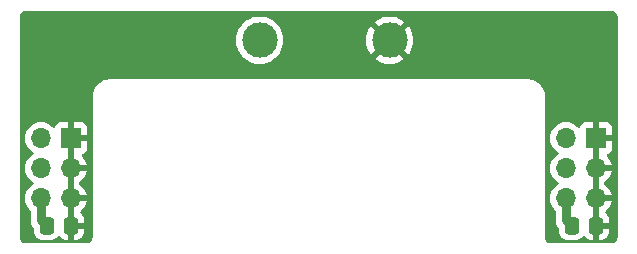
<source format=gbr>
%TF.GenerationSoftware,KiCad,Pcbnew,8.0.1*%
%TF.CreationDate,2024-04-21T16:39:34-04:00*%
%TF.ProjectId,breadboard_pwr_jumper,62726561-6462-46f6-9172-645f7077725f,rev?*%
%TF.SameCoordinates,PX5c38660PY52dfd20*%
%TF.FileFunction,Copper,L1,Top*%
%TF.FilePolarity,Positive*%
%FSLAX46Y46*%
G04 Gerber Fmt 4.6, Leading zero omitted, Abs format (unit mm)*
G04 Created by KiCad (PCBNEW 8.0.1) date 2024-04-21 16:39:34*
%MOMM*%
%LPD*%
G01*
G04 APERTURE LIST*
G04 Aperture macros list*
%AMRoundRect*
0 Rectangle with rounded corners*
0 $1 Rounding radius*
0 $2 $3 $4 $5 $6 $7 $8 $9 X,Y pos of 4 corners*
0 Add a 4 corners polygon primitive as box body*
4,1,4,$2,$3,$4,$5,$6,$7,$8,$9,$2,$3,0*
0 Add four circle primitives for the rounded corners*
1,1,$1+$1,$2,$3*
1,1,$1+$1,$4,$5*
1,1,$1+$1,$6,$7*
1,1,$1+$1,$8,$9*
0 Add four rect primitives between the rounded corners*
20,1,$1+$1,$2,$3,$4,$5,0*
20,1,$1+$1,$4,$5,$6,$7,0*
20,1,$1+$1,$6,$7,$8,$9,0*
20,1,$1+$1,$8,$9,$2,$3,0*%
G04 Aperture macros list end*
%TA.AperFunction,ComponentPad*%
%ADD10C,3.000000*%
%TD*%
%TA.AperFunction,SMDPad,CuDef*%
%ADD11RoundRect,0.250000X0.337500X0.475000X-0.337500X0.475000X-0.337500X-0.475000X0.337500X-0.475000X0*%
%TD*%
%TA.AperFunction,ComponentPad*%
%ADD12R,1.700000X1.700000*%
%TD*%
%TA.AperFunction,ComponentPad*%
%ADD13O,1.700000X1.700000*%
%TD*%
%TA.AperFunction,Conductor*%
%ADD14C,0.800000*%
%TD*%
G04 APERTURE END LIST*
D10*
%TO.P,TP2,1,1*%
%TO.N,/V2*%
X21800000Y-4800000D03*
%TD*%
D11*
%TO.P,C1,1*%
%TO.N,/V1*%
X5837500Y-20510000D03*
%TO.P,C1,2*%
%TO.N,/V2*%
X3762500Y-20510000D03*
%TD*%
%TO.P,C2,1*%
%TO.N,/V1*%
X50287500Y-20510000D03*
%TO.P,C2,2*%
%TO.N,/V2*%
X48212500Y-20510000D03*
%TD*%
D10*
%TO.P,TP1,1,1*%
%TO.N,/V1*%
X32800000Y-4800000D03*
%TD*%
D12*
%TO.P,J2,1,Pin_1*%
%TO.N,/V1*%
X50290000Y-13100000D03*
D13*
%TO.P,J2,2,Pin_2*%
%TO.N,/V2*%
X47750000Y-13100000D03*
%TO.P,J2,3,Pin_3*%
%TO.N,/V1*%
X50290000Y-15640000D03*
%TO.P,J2,4,Pin_4*%
%TO.N,/V2*%
X47750000Y-15640000D03*
%TO.P,J2,5,Pin_5*%
%TO.N,/V1*%
X50290000Y-18180000D03*
%TO.P,J2,6,Pin_6*%
%TO.N,/V2*%
X47750000Y-18180000D03*
%TD*%
D12*
%TO.P,J1,1,Pin_1*%
%TO.N,/V1*%
X5840000Y-13100000D03*
D13*
%TO.P,J1,2,Pin_2*%
%TO.N,/V2*%
X3300000Y-13100000D03*
%TO.P,J1,3,Pin_3*%
%TO.N,/V1*%
X5840000Y-15640000D03*
%TO.P,J1,4,Pin_4*%
%TO.N,/V2*%
X3300000Y-15640000D03*
%TO.P,J1,5,Pin_5*%
%TO.N,/V1*%
X5840000Y-18180000D03*
%TO.P,J1,6,Pin_6*%
%TO.N,/V2*%
X3300000Y-18180000D03*
%TD*%
D14*
%TO.N,/V2*%
X3300000Y-18180000D02*
X3300000Y-20047500D01*
X3300000Y-20047500D02*
X3762500Y-20510000D01*
X47750000Y-18180000D02*
X47750000Y-20047500D01*
X47750000Y-20047500D02*
X48212500Y-20510000D01*
%TD*%
%TA.AperFunction,Conductor*%
%TO.N,/V1*%
G36*
X6090000Y-17746988D02*
G01*
X6032993Y-17714075D01*
X5905826Y-17680000D01*
X5774174Y-17680000D01*
X5647007Y-17714075D01*
X5590000Y-17746988D01*
X5590000Y-16073012D01*
X5647007Y-16105925D01*
X5774174Y-16140000D01*
X5905826Y-16140000D01*
X6032993Y-16105925D01*
X6090000Y-16073012D01*
X6090000Y-17746988D01*
G37*
%TD.AperFunction*%
%TA.AperFunction,Conductor*%
G36*
X6090000Y-15206988D02*
G01*
X6032993Y-15174075D01*
X5905826Y-15140000D01*
X5774174Y-15140000D01*
X5647007Y-15174075D01*
X5590000Y-15206988D01*
X5590000Y-13533012D01*
X5647007Y-13565925D01*
X5774174Y-13600000D01*
X5905826Y-13600000D01*
X6032993Y-13565925D01*
X6090000Y-13533012D01*
X6090000Y-15206988D01*
G37*
%TD.AperFunction*%
%TA.AperFunction,Conductor*%
G36*
X50540000Y-17746988D02*
G01*
X50482993Y-17714075D01*
X50355826Y-17680000D01*
X50224174Y-17680000D01*
X50097007Y-17714075D01*
X50040000Y-17746988D01*
X50040000Y-16073012D01*
X50097007Y-16105925D01*
X50224174Y-16140000D01*
X50355826Y-16140000D01*
X50482993Y-16105925D01*
X50540000Y-16073012D01*
X50540000Y-17746988D01*
G37*
%TD.AperFunction*%
%TA.AperFunction,Conductor*%
G36*
X50540000Y-15206988D02*
G01*
X50482993Y-15174075D01*
X50355826Y-15140000D01*
X50224174Y-15140000D01*
X50097007Y-15174075D01*
X50040000Y-15206988D01*
X50040000Y-13533012D01*
X50097007Y-13565925D01*
X50224174Y-13600000D01*
X50355826Y-13600000D01*
X50482993Y-13565925D01*
X50540000Y-13533012D01*
X50540000Y-15206988D01*
G37*
%TD.AperFunction*%
%TA.AperFunction,Conductor*%
G36*
X51606922Y-2301280D02*
G01*
X51697266Y-2311459D01*
X51724331Y-2317636D01*
X51803540Y-2345352D01*
X51828553Y-2357398D01*
X51899606Y-2402043D01*
X51921313Y-2419355D01*
X51980644Y-2478686D01*
X51997957Y-2500395D01*
X52042600Y-2571444D01*
X52054648Y-2596462D01*
X52082362Y-2675666D01*
X52088540Y-2702735D01*
X52098720Y-2793076D01*
X52099500Y-2806961D01*
X52099500Y-21483038D01*
X52098720Y-21496923D01*
X52088540Y-21587264D01*
X52082362Y-21614333D01*
X52054648Y-21693537D01*
X52042600Y-21718555D01*
X51997957Y-21789604D01*
X51980644Y-21811313D01*
X51921313Y-21870644D01*
X51899604Y-21887957D01*
X51828555Y-21932600D01*
X51803537Y-21944648D01*
X51724333Y-21972362D01*
X51697264Y-21978540D01*
X51617075Y-21987576D01*
X51606921Y-21988720D01*
X51593038Y-21989500D01*
X46456962Y-21989500D01*
X46443078Y-21988720D01*
X46430553Y-21987308D01*
X46352735Y-21978540D01*
X46325666Y-21972362D01*
X46246462Y-21944648D01*
X46221444Y-21932600D01*
X46150395Y-21887957D01*
X46128686Y-21870644D01*
X46069355Y-21811313D01*
X46052042Y-21789604D01*
X46018046Y-21735500D01*
X46007398Y-21718553D01*
X45995351Y-21693537D01*
X45987050Y-21669814D01*
X45967636Y-21614331D01*
X45961459Y-21587263D01*
X45951280Y-21496922D01*
X45950500Y-21483038D01*
X45950500Y-18180000D01*
X46394341Y-18180000D01*
X46414936Y-18415403D01*
X46414938Y-18415413D01*
X46476094Y-18643655D01*
X46476096Y-18643659D01*
X46476097Y-18643663D01*
X46559155Y-18821781D01*
X46575965Y-18857830D01*
X46575967Y-18857834D01*
X46684281Y-19012521D01*
X46711501Y-19051396D01*
X46711506Y-19051402D01*
X46813181Y-19153077D01*
X46846666Y-19214400D01*
X46849500Y-19240758D01*
X46849500Y-20136196D01*
X46884103Y-20310158D01*
X46884105Y-20310166D01*
X46918046Y-20392106D01*
X46918046Y-20392107D01*
X46951984Y-20474042D01*
X46951985Y-20474044D01*
X47011063Y-20562460D01*
X47011064Y-20562461D01*
X47050534Y-20621534D01*
X47088181Y-20659181D01*
X47121666Y-20720504D01*
X47124500Y-20746862D01*
X47124500Y-21035000D01*
X47124501Y-21035019D01*
X47135000Y-21137796D01*
X47135001Y-21137799D01*
X47190115Y-21304119D01*
X47190186Y-21304334D01*
X47282288Y-21453656D01*
X47406344Y-21577712D01*
X47555666Y-21669814D01*
X47722203Y-21724999D01*
X47824991Y-21735500D01*
X48600008Y-21735499D01*
X48600016Y-21735498D01*
X48600019Y-21735498D01*
X48656302Y-21729748D01*
X48702797Y-21724999D01*
X48869334Y-21669814D01*
X49018656Y-21577712D01*
X49142712Y-21453656D01*
X49144752Y-21450347D01*
X49146745Y-21448555D01*
X49147193Y-21447989D01*
X49147289Y-21448065D01*
X49196694Y-21403623D01*
X49265656Y-21392395D01*
X49329740Y-21420234D01*
X49355829Y-21450339D01*
X49357681Y-21453341D01*
X49357683Y-21453344D01*
X49481654Y-21577315D01*
X49630875Y-21669356D01*
X49630880Y-21669358D01*
X49797302Y-21724505D01*
X49797309Y-21724506D01*
X49900019Y-21734999D01*
X50037499Y-21734999D01*
X50037500Y-21734998D01*
X50037500Y-20760000D01*
X50537500Y-20760000D01*
X50537500Y-21734999D01*
X50674972Y-21734999D01*
X50674986Y-21734998D01*
X50777697Y-21724505D01*
X50944119Y-21669358D01*
X50944124Y-21669356D01*
X51093345Y-21577315D01*
X51217315Y-21453345D01*
X51309356Y-21304124D01*
X51309358Y-21304119D01*
X51364505Y-21137697D01*
X51364506Y-21137690D01*
X51374999Y-21034986D01*
X51375000Y-21034973D01*
X51375000Y-20760000D01*
X50537500Y-20760000D01*
X50037500Y-20760000D01*
X50037500Y-19295862D01*
X50040000Y-19287348D01*
X50040000Y-18613012D01*
X50097007Y-18645925D01*
X50224174Y-18680000D01*
X50355826Y-18680000D01*
X50482993Y-18645925D01*
X50540000Y-18613012D01*
X50540000Y-19519138D01*
X50537500Y-19527651D01*
X50537500Y-20260000D01*
X51374999Y-20260000D01*
X51374999Y-19985028D01*
X51374998Y-19985013D01*
X51364505Y-19882302D01*
X51309358Y-19715880D01*
X51309356Y-19715875D01*
X51217315Y-19566654D01*
X51093647Y-19442986D01*
X51060162Y-19381663D01*
X51065146Y-19311971D01*
X51107018Y-19256038D01*
X51110206Y-19253729D01*
X51161081Y-19218106D01*
X51328105Y-19051082D01*
X51463600Y-18857578D01*
X51563429Y-18643492D01*
X51563432Y-18643486D01*
X51620636Y-18430000D01*
X50723012Y-18430000D01*
X50755925Y-18372993D01*
X50790000Y-18245826D01*
X50790000Y-18114174D01*
X50755925Y-17987007D01*
X50723012Y-17930000D01*
X51620636Y-17930000D01*
X51620635Y-17929999D01*
X51563432Y-17716513D01*
X51563429Y-17716507D01*
X51463600Y-17502422D01*
X51463599Y-17502420D01*
X51328113Y-17308926D01*
X51328108Y-17308920D01*
X51161082Y-17141894D01*
X50974968Y-17011575D01*
X50931344Y-16956998D01*
X50924151Y-16887499D01*
X50955673Y-16825145D01*
X50974968Y-16808425D01*
X51161082Y-16678105D01*
X51328105Y-16511082D01*
X51463600Y-16317578D01*
X51563429Y-16103492D01*
X51563432Y-16103486D01*
X51620636Y-15890000D01*
X50723012Y-15890000D01*
X50755925Y-15832993D01*
X50790000Y-15705826D01*
X50790000Y-15574174D01*
X50755925Y-15447007D01*
X50723012Y-15390000D01*
X51620636Y-15390000D01*
X51620635Y-15389999D01*
X51563432Y-15176513D01*
X51563429Y-15176507D01*
X51463600Y-14962422D01*
X51463599Y-14962420D01*
X51328113Y-14768926D01*
X51328108Y-14768920D01*
X51205665Y-14646477D01*
X51172180Y-14585154D01*
X51177164Y-14515462D01*
X51219036Y-14459529D01*
X51250013Y-14442614D01*
X51382086Y-14393354D01*
X51382093Y-14393350D01*
X51497187Y-14307190D01*
X51497190Y-14307187D01*
X51583350Y-14192093D01*
X51583354Y-14192086D01*
X51633596Y-14057379D01*
X51633598Y-14057372D01*
X51639999Y-13997844D01*
X51640000Y-13997827D01*
X51640000Y-13350000D01*
X50723012Y-13350000D01*
X50755925Y-13292993D01*
X50790000Y-13165826D01*
X50790000Y-13034174D01*
X50755925Y-12907007D01*
X50723012Y-12850000D01*
X51640000Y-12850000D01*
X51640000Y-12202172D01*
X51639999Y-12202155D01*
X51633598Y-12142627D01*
X51633596Y-12142620D01*
X51583354Y-12007913D01*
X51583350Y-12007906D01*
X51497190Y-11892812D01*
X51497187Y-11892809D01*
X51382093Y-11806649D01*
X51382086Y-11806645D01*
X51247379Y-11756403D01*
X51247372Y-11756401D01*
X51187844Y-11750000D01*
X50540000Y-11750000D01*
X50540000Y-12666988D01*
X50482993Y-12634075D01*
X50355826Y-12600000D01*
X50224174Y-12600000D01*
X50097007Y-12634075D01*
X50040000Y-12666988D01*
X50040000Y-11750000D01*
X49392155Y-11750000D01*
X49332627Y-11756401D01*
X49332620Y-11756403D01*
X49197913Y-11806645D01*
X49197906Y-11806649D01*
X49082812Y-11892809D01*
X49082809Y-11892812D01*
X48996649Y-12007906D01*
X48996645Y-12007913D01*
X48947578Y-12139470D01*
X48905707Y-12195404D01*
X48840242Y-12219821D01*
X48771969Y-12204969D01*
X48743715Y-12183819D01*
X48699366Y-12139470D01*
X48621401Y-12061505D01*
X48621397Y-12061502D01*
X48621396Y-12061501D01*
X48427834Y-11925967D01*
X48427830Y-11925965D01*
X48356727Y-11892809D01*
X48213663Y-11826097D01*
X48213659Y-11826096D01*
X48213655Y-11826094D01*
X47985413Y-11764938D01*
X47985403Y-11764936D01*
X47750001Y-11744341D01*
X47749999Y-11744341D01*
X47514596Y-11764936D01*
X47514586Y-11764938D01*
X47286344Y-11826094D01*
X47286335Y-11826098D01*
X47072171Y-11925964D01*
X47072169Y-11925965D01*
X46878597Y-12061505D01*
X46711505Y-12228597D01*
X46575965Y-12422169D01*
X46575964Y-12422171D01*
X46476098Y-12636335D01*
X46476094Y-12636344D01*
X46414938Y-12864586D01*
X46414936Y-12864596D01*
X46394341Y-13099999D01*
X46394341Y-13100000D01*
X46414936Y-13335403D01*
X46414938Y-13335413D01*
X46476094Y-13563655D01*
X46476096Y-13563659D01*
X46476097Y-13563663D01*
X46575965Y-13777830D01*
X46575967Y-13777834D01*
X46711501Y-13971395D01*
X46711506Y-13971402D01*
X46878597Y-14138493D01*
X46878603Y-14138498D01*
X47064158Y-14268425D01*
X47107783Y-14323002D01*
X47114977Y-14392500D01*
X47083454Y-14454855D01*
X47064158Y-14471575D01*
X46878597Y-14601505D01*
X46711505Y-14768597D01*
X46575965Y-14962169D01*
X46575964Y-14962171D01*
X46476098Y-15176335D01*
X46476094Y-15176344D01*
X46414938Y-15404586D01*
X46414936Y-15404596D01*
X46394341Y-15639999D01*
X46394341Y-15640000D01*
X46414936Y-15875403D01*
X46414938Y-15875413D01*
X46476094Y-16103655D01*
X46476096Y-16103659D01*
X46476097Y-16103663D01*
X46559155Y-16281781D01*
X46575965Y-16317830D01*
X46575967Y-16317834D01*
X46684281Y-16472521D01*
X46711501Y-16511396D01*
X46711506Y-16511402D01*
X46878597Y-16678493D01*
X46878603Y-16678498D01*
X47064158Y-16808425D01*
X47107783Y-16863002D01*
X47114977Y-16932500D01*
X47083454Y-16994855D01*
X47064158Y-17011575D01*
X46878597Y-17141505D01*
X46711505Y-17308597D01*
X46575965Y-17502169D01*
X46575964Y-17502171D01*
X46476098Y-17716335D01*
X46476094Y-17716344D01*
X46414938Y-17944586D01*
X46414936Y-17944596D01*
X46394341Y-18179999D01*
X46394341Y-18180000D01*
X45950500Y-18180000D01*
X45950500Y-9492683D01*
X45950500Y-9492682D01*
X45919954Y-9280231D01*
X45859484Y-9074290D01*
X45859483Y-9074288D01*
X45859482Y-9074284D01*
X45770327Y-8879061D01*
X45770320Y-8879048D01*
X45737211Y-8827531D01*
X45654281Y-8698487D01*
X45621172Y-8660277D01*
X45513724Y-8536275D01*
X45351514Y-8395720D01*
X45351513Y-8395719D01*
X45286991Y-8354253D01*
X45170951Y-8279679D01*
X45170938Y-8279672D01*
X44975715Y-8190517D01*
X44769774Y-8130047D01*
X44769764Y-8130044D01*
X44578754Y-8102582D01*
X44557318Y-8099500D01*
X44515892Y-8099500D01*
X9215892Y-8099500D01*
X9150000Y-8099500D01*
X9042682Y-8099500D01*
X8830235Y-8130044D01*
X8830225Y-8130047D01*
X8624284Y-8190517D01*
X8429061Y-8279672D01*
X8429048Y-8279679D01*
X8248485Y-8395720D01*
X8086275Y-8536275D01*
X7945720Y-8698485D01*
X7829679Y-8879048D01*
X7829672Y-8879061D01*
X7740517Y-9074284D01*
X7680047Y-9280225D01*
X7680044Y-9280235D01*
X7649500Y-9492682D01*
X7649500Y-21483038D01*
X7648720Y-21496923D01*
X7638540Y-21587264D01*
X7632362Y-21614333D01*
X7604648Y-21693537D01*
X7592600Y-21718555D01*
X7547957Y-21789604D01*
X7530644Y-21811313D01*
X7471313Y-21870644D01*
X7449604Y-21887957D01*
X7378555Y-21932600D01*
X7353537Y-21944648D01*
X7274333Y-21972362D01*
X7247264Y-21978540D01*
X7167075Y-21987576D01*
X7156921Y-21988720D01*
X7143038Y-21989500D01*
X2006962Y-21989500D01*
X1993078Y-21988720D01*
X1980553Y-21987308D01*
X1902735Y-21978540D01*
X1875666Y-21972362D01*
X1796462Y-21944648D01*
X1771444Y-21932600D01*
X1700395Y-21887957D01*
X1678686Y-21870644D01*
X1619355Y-21811313D01*
X1602042Y-21789604D01*
X1568046Y-21735500D01*
X1557398Y-21718553D01*
X1545351Y-21693537D01*
X1537050Y-21669814D01*
X1517636Y-21614331D01*
X1511459Y-21587263D01*
X1501280Y-21496922D01*
X1500500Y-21483038D01*
X1500500Y-18180000D01*
X1944341Y-18180000D01*
X1964936Y-18415403D01*
X1964938Y-18415413D01*
X2026094Y-18643655D01*
X2026096Y-18643659D01*
X2026097Y-18643663D01*
X2109155Y-18821781D01*
X2125965Y-18857830D01*
X2125967Y-18857834D01*
X2234281Y-19012521D01*
X2261501Y-19051396D01*
X2261506Y-19051402D01*
X2363181Y-19153077D01*
X2396666Y-19214400D01*
X2399500Y-19240758D01*
X2399500Y-20136196D01*
X2434103Y-20310158D01*
X2434105Y-20310166D01*
X2468046Y-20392106D01*
X2468046Y-20392107D01*
X2501984Y-20474042D01*
X2501985Y-20474044D01*
X2561063Y-20562460D01*
X2561064Y-20562461D01*
X2600534Y-20621534D01*
X2638181Y-20659181D01*
X2671666Y-20720504D01*
X2674500Y-20746862D01*
X2674500Y-21035000D01*
X2674501Y-21035019D01*
X2685000Y-21137796D01*
X2685001Y-21137799D01*
X2740115Y-21304119D01*
X2740186Y-21304334D01*
X2832288Y-21453656D01*
X2956344Y-21577712D01*
X3105666Y-21669814D01*
X3272203Y-21724999D01*
X3374991Y-21735500D01*
X4150008Y-21735499D01*
X4150016Y-21735498D01*
X4150019Y-21735498D01*
X4206302Y-21729748D01*
X4252797Y-21724999D01*
X4419334Y-21669814D01*
X4568656Y-21577712D01*
X4692712Y-21453656D01*
X4694752Y-21450347D01*
X4696745Y-21448555D01*
X4697193Y-21447989D01*
X4697289Y-21448065D01*
X4746694Y-21403623D01*
X4815656Y-21392395D01*
X4879740Y-21420234D01*
X4905829Y-21450339D01*
X4907681Y-21453341D01*
X4907683Y-21453344D01*
X5031654Y-21577315D01*
X5180875Y-21669356D01*
X5180880Y-21669358D01*
X5347302Y-21724505D01*
X5347309Y-21724506D01*
X5450019Y-21734999D01*
X5587499Y-21734999D01*
X5587500Y-21734998D01*
X5587500Y-20760000D01*
X6087500Y-20760000D01*
X6087500Y-21734999D01*
X6224972Y-21734999D01*
X6224986Y-21734998D01*
X6327697Y-21724505D01*
X6494119Y-21669358D01*
X6494124Y-21669356D01*
X6643345Y-21577315D01*
X6767315Y-21453345D01*
X6859356Y-21304124D01*
X6859358Y-21304119D01*
X6914505Y-21137697D01*
X6914506Y-21137690D01*
X6924999Y-21034986D01*
X6925000Y-21034973D01*
X6925000Y-20760000D01*
X6087500Y-20760000D01*
X5587500Y-20760000D01*
X5587500Y-19295862D01*
X5590000Y-19287348D01*
X5590000Y-18613012D01*
X5647007Y-18645925D01*
X5774174Y-18680000D01*
X5905826Y-18680000D01*
X6032993Y-18645925D01*
X6090000Y-18613012D01*
X6090000Y-19519138D01*
X6087500Y-19527651D01*
X6087500Y-20260000D01*
X6924999Y-20260000D01*
X6924999Y-19985028D01*
X6924998Y-19985013D01*
X6914505Y-19882302D01*
X6859358Y-19715880D01*
X6859356Y-19715875D01*
X6767315Y-19566654D01*
X6643647Y-19442986D01*
X6610162Y-19381663D01*
X6615146Y-19311971D01*
X6657018Y-19256038D01*
X6660206Y-19253729D01*
X6711081Y-19218106D01*
X6878105Y-19051082D01*
X7013600Y-18857578D01*
X7113429Y-18643492D01*
X7113432Y-18643486D01*
X7170636Y-18430000D01*
X6273012Y-18430000D01*
X6305925Y-18372993D01*
X6340000Y-18245826D01*
X6340000Y-18114174D01*
X6305925Y-17987007D01*
X6273012Y-17930000D01*
X7170636Y-17930000D01*
X7170635Y-17929999D01*
X7113432Y-17716513D01*
X7113429Y-17716507D01*
X7013600Y-17502422D01*
X7013599Y-17502420D01*
X6878113Y-17308926D01*
X6878108Y-17308920D01*
X6711082Y-17141894D01*
X6524968Y-17011575D01*
X6481344Y-16956998D01*
X6474151Y-16887499D01*
X6505673Y-16825145D01*
X6524968Y-16808425D01*
X6711082Y-16678105D01*
X6878105Y-16511082D01*
X7013600Y-16317578D01*
X7113429Y-16103492D01*
X7113432Y-16103486D01*
X7170636Y-15890000D01*
X6273012Y-15890000D01*
X6305925Y-15832993D01*
X6340000Y-15705826D01*
X6340000Y-15574174D01*
X6305925Y-15447007D01*
X6273012Y-15390000D01*
X7170636Y-15390000D01*
X7170635Y-15389999D01*
X7113432Y-15176513D01*
X7113429Y-15176507D01*
X7013600Y-14962422D01*
X7013599Y-14962420D01*
X6878113Y-14768926D01*
X6878108Y-14768920D01*
X6755665Y-14646477D01*
X6722180Y-14585154D01*
X6727164Y-14515462D01*
X6769036Y-14459529D01*
X6800013Y-14442614D01*
X6932086Y-14393354D01*
X6932093Y-14393350D01*
X7047187Y-14307190D01*
X7047190Y-14307187D01*
X7133350Y-14192093D01*
X7133354Y-14192086D01*
X7183596Y-14057379D01*
X7183598Y-14057372D01*
X7189999Y-13997844D01*
X7190000Y-13997827D01*
X7190000Y-13350000D01*
X6273012Y-13350000D01*
X6305925Y-13292993D01*
X6340000Y-13165826D01*
X6340000Y-13034174D01*
X6305925Y-12907007D01*
X6273012Y-12850000D01*
X7190000Y-12850000D01*
X7190000Y-12202172D01*
X7189999Y-12202155D01*
X7183598Y-12142627D01*
X7183596Y-12142620D01*
X7133354Y-12007913D01*
X7133350Y-12007906D01*
X7047190Y-11892812D01*
X7047187Y-11892809D01*
X6932093Y-11806649D01*
X6932086Y-11806645D01*
X6797379Y-11756403D01*
X6797372Y-11756401D01*
X6737844Y-11750000D01*
X6090000Y-11750000D01*
X6090000Y-12666988D01*
X6032993Y-12634075D01*
X5905826Y-12600000D01*
X5774174Y-12600000D01*
X5647007Y-12634075D01*
X5590000Y-12666988D01*
X5590000Y-11750000D01*
X4942155Y-11750000D01*
X4882627Y-11756401D01*
X4882620Y-11756403D01*
X4747913Y-11806645D01*
X4747906Y-11806649D01*
X4632812Y-11892809D01*
X4632809Y-11892812D01*
X4546649Y-12007906D01*
X4546645Y-12007913D01*
X4497578Y-12139470D01*
X4455707Y-12195404D01*
X4390242Y-12219821D01*
X4321969Y-12204969D01*
X4293715Y-12183819D01*
X4249366Y-12139470D01*
X4171401Y-12061505D01*
X4171397Y-12061502D01*
X4171396Y-12061501D01*
X3977834Y-11925967D01*
X3977830Y-11925965D01*
X3906727Y-11892809D01*
X3763663Y-11826097D01*
X3763659Y-11826096D01*
X3763655Y-11826094D01*
X3535413Y-11764938D01*
X3535403Y-11764936D01*
X3300001Y-11744341D01*
X3299999Y-11744341D01*
X3064596Y-11764936D01*
X3064586Y-11764938D01*
X2836344Y-11826094D01*
X2836335Y-11826098D01*
X2622171Y-11925964D01*
X2622169Y-11925965D01*
X2428597Y-12061505D01*
X2261505Y-12228597D01*
X2125965Y-12422169D01*
X2125964Y-12422171D01*
X2026098Y-12636335D01*
X2026094Y-12636344D01*
X1964938Y-12864586D01*
X1964936Y-12864596D01*
X1944341Y-13099999D01*
X1944341Y-13100000D01*
X1964936Y-13335403D01*
X1964938Y-13335413D01*
X2026094Y-13563655D01*
X2026096Y-13563659D01*
X2026097Y-13563663D01*
X2125965Y-13777830D01*
X2125967Y-13777834D01*
X2261501Y-13971395D01*
X2261506Y-13971402D01*
X2428597Y-14138493D01*
X2428603Y-14138498D01*
X2614158Y-14268425D01*
X2657783Y-14323002D01*
X2664977Y-14392500D01*
X2633454Y-14454855D01*
X2614158Y-14471575D01*
X2428597Y-14601505D01*
X2261505Y-14768597D01*
X2125965Y-14962169D01*
X2125964Y-14962171D01*
X2026098Y-15176335D01*
X2026094Y-15176344D01*
X1964938Y-15404586D01*
X1964936Y-15404596D01*
X1944341Y-15639999D01*
X1944341Y-15640000D01*
X1964936Y-15875403D01*
X1964938Y-15875413D01*
X2026094Y-16103655D01*
X2026096Y-16103659D01*
X2026097Y-16103663D01*
X2109155Y-16281781D01*
X2125965Y-16317830D01*
X2125967Y-16317834D01*
X2234281Y-16472521D01*
X2261501Y-16511396D01*
X2261506Y-16511402D01*
X2428597Y-16678493D01*
X2428603Y-16678498D01*
X2614158Y-16808425D01*
X2657783Y-16863002D01*
X2664977Y-16932500D01*
X2633454Y-16994855D01*
X2614158Y-17011575D01*
X2428597Y-17141505D01*
X2261505Y-17308597D01*
X2125965Y-17502169D01*
X2125964Y-17502171D01*
X2026098Y-17716335D01*
X2026094Y-17716344D01*
X1964938Y-17944586D01*
X1964936Y-17944596D01*
X1944341Y-18179999D01*
X1944341Y-18180000D01*
X1500500Y-18180000D01*
X1500500Y-4800001D01*
X19794390Y-4800001D01*
X19814804Y-5085433D01*
X19875628Y-5365037D01*
X19875630Y-5365043D01*
X19875631Y-5365046D01*
X19929305Y-5508951D01*
X19975635Y-5633166D01*
X20112770Y-5884309D01*
X20112775Y-5884317D01*
X20284254Y-6113387D01*
X20284270Y-6113405D01*
X20486594Y-6315729D01*
X20486612Y-6315745D01*
X20715682Y-6487224D01*
X20715690Y-6487229D01*
X20966833Y-6624364D01*
X20966832Y-6624364D01*
X20966836Y-6624365D01*
X20966839Y-6624367D01*
X21234954Y-6724369D01*
X21234960Y-6724370D01*
X21234962Y-6724371D01*
X21514566Y-6785195D01*
X21514568Y-6785195D01*
X21514572Y-6785196D01*
X21768220Y-6803337D01*
X21799999Y-6805610D01*
X21800000Y-6805610D01*
X21800001Y-6805610D01*
X21828595Y-6803564D01*
X22085428Y-6785196D01*
X22365046Y-6724369D01*
X22633161Y-6624367D01*
X22884315Y-6487226D01*
X23113395Y-6315739D01*
X23315739Y-6113395D01*
X23487226Y-5884315D01*
X23624367Y-5633161D01*
X23724369Y-5365046D01*
X23785196Y-5085428D01*
X23805610Y-4800001D01*
X30794891Y-4800001D01*
X30815300Y-5085362D01*
X30876109Y-5364895D01*
X30976091Y-5632958D01*
X31113191Y-5884038D01*
X31113196Y-5884046D01*
X31219882Y-6026561D01*
X31219883Y-6026562D01*
X32084152Y-5162292D01*
X32091049Y-5178942D01*
X32178599Y-5309970D01*
X32290030Y-5421401D01*
X32421058Y-5508951D01*
X32437705Y-5515846D01*
X31573436Y-6380115D01*
X31715960Y-6486807D01*
X31715961Y-6486808D01*
X31967042Y-6623908D01*
X31967041Y-6623908D01*
X32235104Y-6723890D01*
X32514637Y-6784699D01*
X32799999Y-6805109D01*
X32800001Y-6805109D01*
X33085362Y-6784699D01*
X33364895Y-6723890D01*
X33632958Y-6623908D01*
X33884047Y-6486803D01*
X34026561Y-6380116D01*
X34026562Y-6380115D01*
X33162294Y-5515846D01*
X33178942Y-5508951D01*
X33309970Y-5421401D01*
X33421401Y-5309970D01*
X33508951Y-5178942D01*
X33515846Y-5162293D01*
X34380115Y-6026562D01*
X34380116Y-6026561D01*
X34486803Y-5884047D01*
X34623908Y-5632958D01*
X34723890Y-5364895D01*
X34784699Y-5085362D01*
X34805109Y-4800001D01*
X34805109Y-4799998D01*
X34784699Y-4514637D01*
X34723890Y-4235104D01*
X34623908Y-3967041D01*
X34486808Y-3715961D01*
X34486807Y-3715960D01*
X34380115Y-3573436D01*
X33515846Y-4437705D01*
X33508951Y-4421058D01*
X33421401Y-4290030D01*
X33309970Y-4178599D01*
X33178942Y-4091049D01*
X33162293Y-4084152D01*
X34026562Y-3219883D01*
X34026561Y-3219882D01*
X33884046Y-3113196D01*
X33884038Y-3113191D01*
X33632957Y-2976091D01*
X33632958Y-2976091D01*
X33364895Y-2876109D01*
X33085362Y-2815300D01*
X32800001Y-2794891D01*
X32799999Y-2794891D01*
X32514637Y-2815300D01*
X32235104Y-2876109D01*
X31967041Y-2976091D01*
X31715961Y-3113191D01*
X31715953Y-3113196D01*
X31573437Y-3219882D01*
X31573436Y-3219883D01*
X32437706Y-4084152D01*
X32421058Y-4091049D01*
X32290030Y-4178599D01*
X32178599Y-4290030D01*
X32091049Y-4421058D01*
X32084153Y-4437706D01*
X31219883Y-3573436D01*
X31219882Y-3573437D01*
X31113196Y-3715953D01*
X31113191Y-3715961D01*
X30976091Y-3967041D01*
X30876109Y-4235104D01*
X30815300Y-4514637D01*
X30794891Y-4799998D01*
X30794891Y-4800001D01*
X23805610Y-4800001D01*
X23805610Y-4800000D01*
X23785196Y-4514572D01*
X23764853Y-4421058D01*
X23724371Y-4234962D01*
X23724370Y-4234960D01*
X23724369Y-4234954D01*
X23624367Y-3966839D01*
X23487372Y-3715953D01*
X23487229Y-3715690D01*
X23487224Y-3715682D01*
X23315745Y-3486612D01*
X23315729Y-3486594D01*
X23113405Y-3284270D01*
X23113387Y-3284254D01*
X22884317Y-3112775D01*
X22884309Y-3112770D01*
X22633166Y-2975635D01*
X22633167Y-2975635D01*
X22525915Y-2935632D01*
X22365046Y-2875631D01*
X22365043Y-2875630D01*
X22365037Y-2875628D01*
X22085433Y-2814804D01*
X21800001Y-2794390D01*
X21799999Y-2794390D01*
X21514566Y-2814804D01*
X21234962Y-2875628D01*
X20966833Y-2975635D01*
X20715690Y-3112770D01*
X20715682Y-3112775D01*
X20486612Y-3284254D01*
X20486594Y-3284270D01*
X20284270Y-3486594D01*
X20284254Y-3486612D01*
X20112775Y-3715682D01*
X20112770Y-3715690D01*
X19975635Y-3966833D01*
X19875628Y-4234962D01*
X19814804Y-4514566D01*
X19794390Y-4799998D01*
X19794390Y-4800001D01*
X1500500Y-4800001D01*
X1500500Y-2806961D01*
X1501280Y-2793077D01*
X1501280Y-2793076D01*
X1511459Y-2702731D01*
X1517635Y-2675670D01*
X1545353Y-2596456D01*
X1557396Y-2571450D01*
X1602046Y-2500389D01*
X1619351Y-2478690D01*
X1678690Y-2419351D01*
X1700389Y-2402046D01*
X1771450Y-2357396D01*
X1796456Y-2345353D01*
X1875670Y-2317635D01*
X1902733Y-2311459D01*
X1965419Y-2304396D01*
X1993079Y-2301280D01*
X2006962Y-2300500D01*
X2065892Y-2300500D01*
X51534108Y-2300500D01*
X51593038Y-2300500D01*
X51606922Y-2301280D01*
G37*
%TD.AperFunction*%
%TD*%
M02*

</source>
